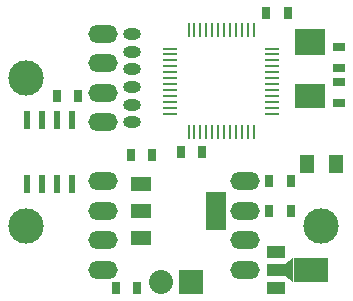
<source format=gbr>
G04 #@! TF.FileFunction,Soldermask,Bot*
%FSLAX46Y46*%
G04 Gerber Fmt 4.6, Leading zero omitted, Abs format (unit mm)*
G04 Created by KiCad (PCBNEW 4.0.5) date 01/12/17 11:30:12*
%MOMM*%
%LPD*%
G01*
G04 APERTURE LIST*
%ADD10C,0.100000*%
%ADD11O,2.500000X1.500000*%
%ADD12C,3.000000*%
%ADD13R,1.300000X1.500000*%
%ADD14R,1.000000X0.800000*%
%ADD15R,0.800000X1.000000*%
%ADD16O,1.524000X1.000000*%
%ADD17R,2.032000X2.032000*%
%ADD18O,2.032000X2.032000*%
%ADD19R,1.300000X0.250000*%
%ADD20R,0.250000X1.300000*%
%ADD21R,0.600000X1.550000*%
%ADD22R,2.600000X2.200000*%
%ADD23R,2.600000X2.000000*%
%ADD24R,1.700000X1.200000*%
%ADD25R,1.700000X3.300000*%
%ADD26R,1.501140X1.000760*%
%ADD27R,2.999740X1.998980*%
G04 APERTURE END LIST*
D10*
D11*
X21000000Y-22500000D03*
X21000000Y-20000000D03*
X21000000Y-17500000D03*
X21000000Y-15000000D03*
D12*
X27500000Y-18750000D03*
D11*
X9000000Y-15000000D03*
X9000000Y-17500000D03*
X9000000Y-20000000D03*
X9000000Y-22500000D03*
D12*
X2500000Y-18750000D03*
D13*
X26250000Y-13500000D03*
X28750000Y-13500000D03*
D14*
X29000000Y-3600000D03*
X29000000Y-5400000D03*
X29000000Y-8400000D03*
X29000000Y-6600000D03*
D15*
X22850000Y-750000D03*
X24650000Y-750000D03*
X17400000Y-12500000D03*
X15600000Y-12500000D03*
X6900000Y-7750000D03*
X5100000Y-7750000D03*
D16*
X11500000Y-2500000D03*
X11500000Y-4000000D03*
X11500000Y-5500000D03*
X11500000Y-7000000D03*
X11500000Y-8500000D03*
X11500000Y-10000000D03*
D17*
X16500000Y-23500000D03*
D18*
X13960000Y-23500000D03*
D15*
X13150000Y-12750000D03*
X11350000Y-12750000D03*
X10100000Y-24000000D03*
X11900000Y-24000000D03*
X24900000Y-17500000D03*
X23100000Y-17500000D03*
X24900000Y-15000000D03*
X23100000Y-15000000D03*
D19*
X23350000Y-3750000D03*
X23350000Y-4250000D03*
X23350000Y-4750000D03*
X23350000Y-5250000D03*
X23350000Y-5750000D03*
X23350000Y-6250000D03*
X23350000Y-6750000D03*
X23350000Y-7250000D03*
X23350000Y-7750000D03*
X23350000Y-8250000D03*
X23350000Y-8750000D03*
X23350000Y-9250000D03*
D20*
X21750000Y-10850000D03*
X21250000Y-10850000D03*
X20750000Y-10850000D03*
X20250000Y-10850000D03*
X19750000Y-10850000D03*
X19250000Y-10850000D03*
X18750000Y-10850000D03*
X18250000Y-10850000D03*
X17750000Y-10850000D03*
X17250000Y-10850000D03*
X16750000Y-10850000D03*
X16250000Y-10850000D03*
D19*
X14650000Y-9250000D03*
X14650000Y-8750000D03*
X14650000Y-8250000D03*
X14650000Y-7750000D03*
X14650000Y-7250000D03*
X14650000Y-6750000D03*
X14650000Y-6250000D03*
X14650000Y-5750000D03*
X14650000Y-5250000D03*
X14650000Y-4750000D03*
X14650000Y-4250000D03*
X14650000Y-3750000D03*
D20*
X16250000Y-2150000D03*
X16750000Y-2150000D03*
X17250000Y-2150000D03*
X17750000Y-2150000D03*
X18250000Y-2150000D03*
X18750000Y-2150000D03*
X19250000Y-2150000D03*
X19750000Y-2150000D03*
X20250000Y-2150000D03*
X20750000Y-2150000D03*
X21250000Y-2150000D03*
X21750000Y-2150000D03*
D21*
X2595000Y-9800000D03*
X3865000Y-9800000D03*
X5135000Y-9800000D03*
X6405000Y-9800000D03*
X6405000Y-15200000D03*
X5135000Y-15200000D03*
X3865000Y-15200000D03*
X2595000Y-15200000D03*
D22*
X26500000Y-3200000D03*
D23*
X26500000Y-7800000D03*
D11*
X9000000Y-2500000D03*
X9000000Y-5000000D03*
X9000000Y-7500000D03*
X9000000Y-10000000D03*
D12*
X2500000Y-6250000D03*
D24*
X12250000Y-19800000D03*
X12250000Y-17500000D03*
X12250000Y-15200000D03*
D25*
X18550000Y-17500000D03*
D26*
X23648340Y-24001140D03*
X23648340Y-22500000D03*
X23648340Y-20998860D03*
D27*
X26599820Y-22500000D03*
D10*
G36*
X24376050Y-21999620D02*
X25125350Y-21499240D01*
X25125350Y-23500760D01*
X24376050Y-23000380D01*
X24376050Y-21999620D01*
X24376050Y-21999620D01*
G37*
M02*

</source>
